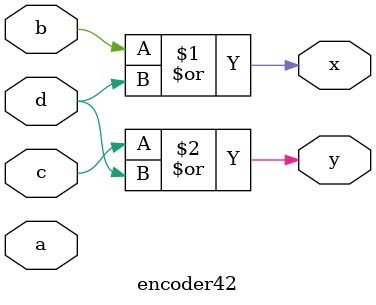
<source format=v>
`timescale 1ns / 1ps
module encoder42( input a,b,c,d, output x,y);

assign x = b|d;
assign y = c|d;

endmodule

</source>
